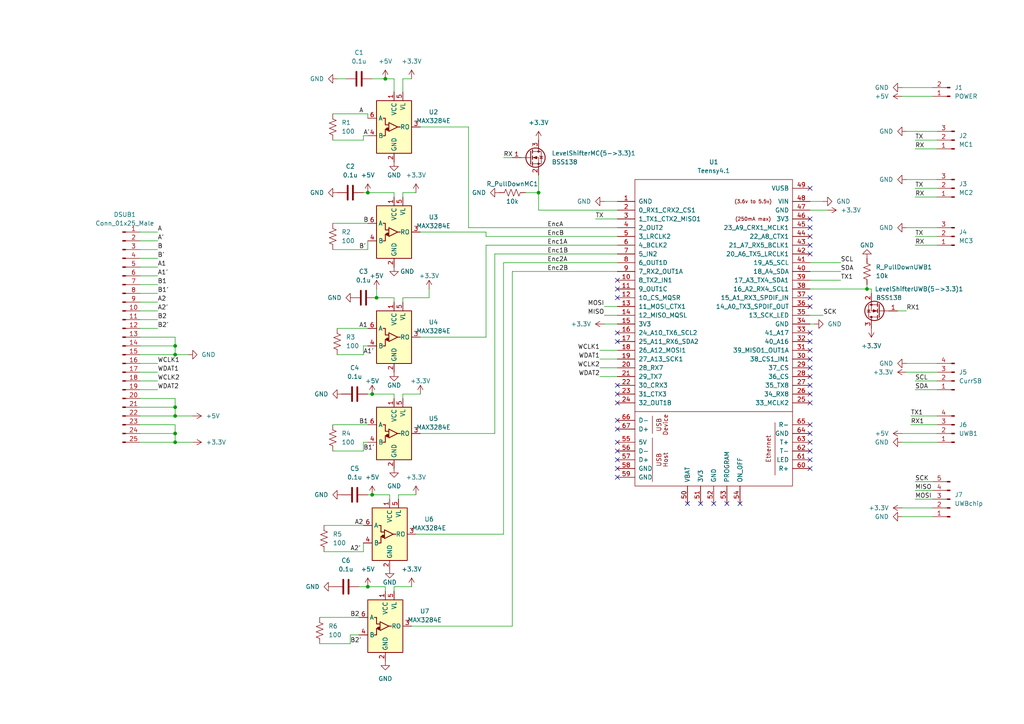
<source format=kicad_sch>
(kicad_sch (version 20211123) (generator eeschema)
  (paper "A4")
  (lib_symbols
    (symbol "Connector:Conn_01x02_Male" (pin_names (offset 1.016) hide)
      (property "Reference" "J" (at 0 2.54 0))
      (property "Value" "Conn_01x02_Male" (at 0 -5.08 0))
      (symbol "Conn_01x02_Male_1_1"
        (polyline (pts (xy 1.27 -2.54) (xy 0.8636 -2.54)) (stroke (width 0.1524)))
        (polyline (pts (xy 1.27 0) (xy 0.8636 0)) (stroke (width 0.1524)))
        (rectangle (start 0.8636 -2.413) (end 0 -2.667) (stroke (width 0.1524)) (fill (type outline)))
        (rectangle (start 0.8636 0.127) (end 0 -0.127) (stroke (width 0.1524)) (fill (type outline)))
        (pin passive line (at 5.08 0 180) (length 3.81) (name "Pin_1") (number "1"))
        (pin passive line (at 5.08 -2.54 180) (length 3.81) (name "Pin_2") (number "2"))
      )
    )
    (symbol "Connector:Conn_01x03_Male" (pin_names (offset 1.016) hide)
      (property "Reference" "J" (at 0 5.08 0))
      (property "Value" "Conn_01x03_Male" (at 0 -5.08 0))
      (symbol "Conn_01x03_Male_1_1"
        (polyline (pts (xy 1.27 -2.54) (xy 0.8636 -2.54)) (stroke (width 0.1524)))
        (polyline (pts (xy 1.27 0) (xy 0.8636 0)) (stroke (width 0.1524)))
        (polyline (pts (xy 1.27 2.54) (xy 0.8636 2.54)) (stroke (width 0.1524)))
        (rectangle (start 0.8636 -2.413) (end 0 -2.667) (stroke (width 0.1524)) (fill (type outline)))
        (rectangle (start 0.8636 0.127) (end 0 -0.127) (stroke (width 0.1524)) (fill (type outline)))
        (rectangle (start 0.8636 2.667) (end 0 2.413) (stroke (width 0.1524)) (fill (type outline)))
        (pin passive line (at 5.08 2.54 180) (length 3.81) (name "Pin_1") (number "1"))
        (pin passive line (at 5.08 0 180) (length 3.81) (name "Pin_2") (number "2"))
        (pin passive line (at 5.08 -2.54 180) (length 3.81) (name "Pin_3") (number "3"))
      )
    )
    (symbol "Connector:Conn_01x04_Male" (pin_names (offset 1.016) hide)
      (property "Reference" "J" (at 0 5.08 0))
      (property "Value" "Conn_01x04_Male" (at 0 -7.62 0))
      (symbol "Conn_01x04_Male_1_1"
        (polyline (pts (xy 1.27 -5.08) (xy 0.8636 -5.08)) (stroke (width 0.1524)))
        (polyline (pts (xy 1.27 -2.54) (xy 0.8636 -2.54)) (stroke (width 0.1524)))
        (polyline (pts (xy 1.27 0) (xy 0.8636 0)) (stroke (width 0.1524)))
        (polyline (pts (xy 1.27 2.54) (xy 0.8636 2.54)) (stroke (width 0.1524)))
        (rectangle (start 0.8636 -4.953) (end 0 -5.207) (stroke (width 0.1524)) (fill (type outline)))
        (rectangle (start 0.8636 -2.413) (end 0 -2.667) (stroke (width 0.1524)) (fill (type outline)))
        (rectangle (start 0.8636 0.127) (end 0 -0.127) (stroke (width 0.1524)) (fill (type outline)))
        (rectangle (start 0.8636 2.667) (end 0 2.413) (stroke (width 0.1524)) (fill (type outline)))
        (pin passive line (at 5.08 2.54 180) (length 3.81) (name "Pin_1") (number "1"))
        (pin passive line (at 5.08 0 180) (length 3.81) (name "Pin_2") (number "2"))
        (pin passive line (at 5.08 -2.54 180) (length 3.81) (name "Pin_3") (number "3"))
        (pin passive line (at 5.08 -5.08 180) (length 3.81) (name "Pin_4") (number "4"))
      )
    )
    (symbol "Connector:Conn_01x05_Male" (pin_names (offset 1.016) hide)
      (property "Reference" "J" (at 0 7.62 0))
      (property "Value" "Conn_01x05_Male" (at 0 -7.62 0))
      (symbol "Conn_01x05_Male_1_1"
        (polyline (pts (xy 1.27 -5.08) (xy 0.8636 -5.08)) (stroke (width 0.1524)))
        (polyline (pts (xy 1.27 -2.54) (xy 0.8636 -2.54)) (stroke (width 0.1524)))
        (polyline (pts (xy 1.27 0) (xy 0.8636 0)) (stroke (width 0.1524)))
        (polyline (pts (xy 1.27 2.54) (xy 0.8636 2.54)) (stroke (width 0.1524)))
        (polyline (pts (xy 1.27 5.08) (xy 0.8636 5.08)) (stroke (width 0.1524)))
        (rectangle (start 0.8636 -4.953) (end 0 -5.207) (stroke (width 0.1524)) (fill (type outline)))
        (rectangle (start 0.8636 -2.413) (end 0 -2.667) (stroke (width 0.1524)) (fill (type outline)))
        (rectangle (start 0.8636 0.127) (end 0 -0.127) (stroke (width 0.1524)) (fill (type outline)))
        (rectangle (start 0.8636 2.667) (end 0 2.413) (stroke (width 0.1524)) (fill (type outline)))
        (rectangle (start 0.8636 5.207) (end 0 4.953) (stroke (width 0.1524)) (fill (type outline)))
        (pin passive line (at 5.08 5.08 180) (length 3.81) (name "Pin_1") (number "1"))
        (pin passive line (at 5.08 2.54 180) (length 3.81) (name "Pin_2") (number "2"))
        (pin passive line (at 5.08 0 180) (length 3.81) (name "Pin_3") (number "3"))
        (pin passive line (at 5.08 -2.54 180) (length 3.81) (name "Pin_4") (number "4"))
        (pin passive line (at 5.08 -5.08 180) (length 3.81) (name "Pin_5") (number "5"))
      )
    )
    (symbol "Connector:Conn_01x25_Male" (pin_names (offset 1.016) hide)
      (property "Reference" "J" (at 0 33.02 0))
      (property "Value" "Conn_01x25_Male" (at 0 -33.02 0))
      (symbol "Conn_01x25_Male_1_1"
        (polyline (pts (xy 1.27 -30.48) (xy 0.8636 -30.48)) (stroke (width 0.1524)))
        (polyline (pts (xy 1.27 -27.94) (xy 0.8636 -27.94)) (stroke (width 0.1524)))
        (polyline (pts (xy 1.27 -25.4) (xy 0.8636 -25.4)) (stroke (width 0.1524)))
        (polyline (pts (xy 1.27 -22.86) (xy 0.8636 -22.86)) (stroke (width 0.1524)))
        (polyline (pts (xy 1.27 -20.32) (xy 0.8636 -20.32)) (stroke (width 0.1524)))
        (polyline (pts (xy 1.27 -17.78) (xy 0.8636 -17.78)) (stroke (width 0.1524)))
        (polyline (pts (xy 1.27 -15.24) (xy 0.8636 -15.24)) (stroke (width 0.1524)))
        (polyline (pts (xy 1.27 -12.7) (xy 0.8636 -12.7)) (stroke (width 0.1524)))
        (polyline (pts (xy 1.27 -10.16) (xy 0.8636 -10.16)) (stroke (width 0.1524)))
        (polyline (pts (xy 1.27 -7.62) (xy 0.8636 -7.62)) (stroke (width 0.1524)))
        (polyline (pts (xy 1.27 -5.08) (xy 0.8636 -5.08)) (stroke (width 0.1524)))
        (polyline (pts (xy 1.27 -2.54) (xy 0.8636 -2.54)) (stroke (width 0.1524)))
        (polyline (pts (xy 1.27 0) (xy 0.8636 0)) (stroke (width 0.1524)))
        (polyline (pts (xy 1.27 2.54) (xy 0.8636 2.54)) (stroke (width 0.1524)))
        (polyline (pts (xy 1.27 5.08) (xy 0.8636 5.08)) (stroke (width 0.1524)))
        (polyline (pts (xy 1.27 7.62) (xy 0.8636 7.62)) (stroke (width 0.1524)))
        (polyline (pts (xy 1.27 10.16) (xy 0.8636 10.16)) (stroke (width 0.1524)))
        (polyline (pts (xy 1.27 12.7) (xy 0.8636 12.7)) (stroke (width 0.1524)))
        (polyline (pts (xy 1.27 15.24) (xy 0.8636 15.24)) (stroke (width 0.1524)))
        (polyline (pts (xy 1.27 17.78) (xy 0.8636 17.78)) (stroke (width 0.1524)))
        (polyline (pts (xy 1.27 20.32) (xy 0.8636 20.32)) (stroke (width 0.1524)))
        (polyline (pts (xy 1.27 22.86) (xy 0.8636 22.86)) (stroke (width 0.1524)))
        (polyline (pts (xy 1.27 25.4) (xy 0.8636 25.4)) (stroke (width 0.1524)))
        (polyline (pts (xy 1.27 27.94) (xy 0.8636 27.94)) (stroke (width 0.1524)))
        (polyline (pts (xy 1.27 30.48) (xy 0.8636 30.48)) (stroke (width 0.1524)))
        (rectangle (start 0.8636 -30.353) (end 0 -30.607) (stroke (width 0.1524)) (fill (type outline)))
        (rectangle (start 0.8636 -27.813) (end 0 -28.067) (stroke (width 0.1524)) (fill (type outline)))
        (rectangle (start 0.8636 -25.273) (end 0 -25.527) (stroke (width 0.1524)) (fill (type outline)))
        (rectangle (start 0.8636 -22.733) (end 0 -22.987) (stroke (width 0.1524)) (fill (type outline)))
        (rectangle (start 0.8636 -20.193) (end 0 -20.447) (stroke (width 0.1524)) (fill (type outline)))
        (rectangle (start 0.8636 -17.653) (end 0 -17.907) (stroke (width 0.1524)) (fill (type outline)))
        (rectangle (start 0.8636 -15.113) (end 0 -15.367) (stroke (width 0.1524)) (fill (type outline)))
        (rectangle (start 0.8636 -12.573) (end 0 -12.827) (stroke (width 0.1524)) (fill (type outline)))
        (rectangle (start 0.8636 -10.033) (end 0 -10.287) (stroke (width 0.1524)) (fill (type outline)))
        (rectangle (start 0.8636 -7.493) (end 0 -7.747) (stroke (width 0.1524)) (fill (type outline)))
        (rectangle (start 0.8636 -4.953) (end 0 -5.207) (stroke (width 0.1524)) (fill (type outline)))
        (rectangle (start 0.8636 -2.413) (end 0 -2.667) (stroke (width 0.1524)) (fill (type outline)))
        (rectangle (start 0.8636 0.127) (end 0 -0.127) (stroke (width 0.1524)) (fill (type outline)))
        (rectangle (start 0.8636 2.667) (end 0 2.413) (stroke (width 0.1524)) (fill (type outline)))
        (rectangle (start 0.8636 5.207) (end 0 4.953) (stroke (width 0.1524)) (fill (type outline)))
        (rectangle (start 0.8636 7.747) (end 0 7.493) (stroke (width 0.1524)) (fill (type outline)))
        (rectangle (start 0.8636 10.287) (end 0 10.033) (stroke (width 0.1524)) (fill (type outline)))
        (rectangle (start 0.8636 12.827) (end 0 12.573) (stroke (width 0.1524)) (fill (type outline)))
        (rectangle (start 0.8636 15.367) (end 0 15.113) (stroke (width 0.1524)) (fill (type outline)))
        (rectangle (start 0.8636 17.907) (end 0 17.653) (stroke (width 0.1524)) (fill (type outline)))
        (rectangle (start 0.8636 20.447) (end 0 20.193) (stroke (width 0.1524)) (fill (type outline)))
        (rectangle (start 0.8636 22.987) (end 0 22.733) (stroke (width 0.1524)) (fill (type outline)))
        (rectangle (start 0.8636 25.527) (end 0 25.273) (stroke (width 0.1524)) (fill (type outline)))
        (rectangle (start 0.8636 28.067) (end 0 27.813) (stroke (width 0.1524)) (fill (type outline)))
        (rectangle (start 0.8636 30.607) (end 0 30.353) (stroke (width 0.1524)) (fill (type outline)))
        (pin passive line (at 5.08 30.48 180) (length 3.81) (name "Pin_1") (number "1"))
        (pin passive line (at 5.08 7.62 180) (length 3.81) (name "Pin_10") (number "10"))
        (pin passive line (at 5.08 5.08 180) (length 3.81) (name "Pin_11") (number "11"))
        (pin passive line (at 5.08 2.54 180) (length 3.81) (name "Pin_12") (number "12"))
        (pin passive line (at 5.08 0 180) (length 3.81) (name "Pin_13") (number "13"))
        (pin passive line (at 5.08 -2.54 180) (length 3.81) (name "Pin_14") (number "14"))
        (pin passive line (at 5.08 -5.08 180) (length 3.81) (name "Pin_15") (number "15"))
        (pin passive line (at 5.08 -7.62 180) (length 3.81) (name "Pin_16") (number "16"))
        (pin passive line (at 5.08 -10.16 180) (length 3.81) (name "Pin_17") (number "17"))
        (pin passive line (at 5.08 -12.7 180) (length 3.81) (name "Pin_18") (number "18"))
        (pin passive line (at 5.08 -15.24 180) (length 3.81) (name "Pin_19") (number "19"))
        (pin passive line (at 5.08 27.94 180) (length 3.81) (name "Pin_2") (number "2"))
        (pin passive line (at 5.08 -17.78 180) (length 3.81) (name "Pin_20") (number "20"))
        (pin passive line (at 5.08 -20.32 180) (length 3.81) (name "Pin_21") (number "21"))
        (pin passive line (at 5.08 -22.86 180) (length 3.81) (name "Pin_22") (number "22"))
        (pin passive line (at 5.08 -25.4 180) (length 3.81) (name "Pin_23") (number "23"))
        (pin passive line (at 5.08 -27.94 180) (length 3.81) (name "Pin_24") (number "24"))
        (pin passive line (at 5.08 -30.48 180) (length 3.81) (name "Pin_25") (number "25"))
        (pin passive line (at 5.08 25.4 180) (length 3.81) (name "Pin_3") (number "3"))
        (pin passive line (at 5.08 22.86 180) (length 3.81) (name "Pin_4") (number "4"))
        (pin passive line (at 5.08 20.32 180) (length 3.81) (name "Pin_5") (number "5"))
        (pin passive line (at 5.08 17.78 180) (length 3.81) (name "Pin_6") (number "6"))
        (pin passive line (at 5.08 15.24 180) (length 3.81) (name "Pin_7") (number "7"))
        (pin passive line (at 5.08 12.7 180) (length 3.81) (name "Pin_8") (number "8"))
        (pin passive line (at 5.08 10.16 180) (length 3.81) (name "Pin_9") (number "9"))
      )
    )
    (symbol "Device:C" (pin_numbers hide) (pin_names (offset 0.254))
      (property "Reference" "C" (at 0.635 2.54 0))
      (property "Value" "C" (at 0.635 -2.54 0))
      (symbol "C_0_1"
        (polyline (pts (xy -2.032 -0.762) (xy 2.032 -0.762)) (stroke (width 0.508)))
        (polyline (pts (xy -2.032 0.762) (xy 2.032 0.762)) (stroke (width 0.508)))
      )
      (symbol "C_1_1"
        (pin passive line (at 0 3.81 270) (length 2.794) (name "~") (number "1"))
        (pin passive line (at 0 -3.81 90) (length 2.794) (name "~") (number "2"))
      )
    )
    (symbol "Device:R_US" (pin_numbers hide) (pin_names (offset 0))
      (property "Reference" "R" (at 2.54 0 90))
      (property "Value" "R_US" (at -2.54 0 90))
      (symbol "R_US_0_1"
        (polyline (pts (xy 0 -2.286) (xy 0 -2.54)))
        (polyline (pts (xy 0 2.286) (xy 0 2.54)))
        (polyline (pts (xy 0 -0.762) (xy 1.016 -1.143) (xy 0 -1.524) (xy -1.016 -1.905) (xy 0 -2.286)))
        (polyline (pts (xy 0 0.762) (xy 1.016 0.381) (xy 0 0) (xy -1.016 -0.381) (xy 0 -0.762)))
        (polyline (pts (xy 0 2.286) (xy 1.016 1.905) (xy 0 1.524) (xy -1.016 1.143) (xy 0 0.762)))
      )
      (symbol "R_US_1_1"
        (pin passive line (at 0 3.81 270) (length 1.27) (name "~") (number "1"))
        (pin passive line (at 0 -3.81 90) (length 1.27) (name "~") (number "2"))
      )
    )
    (symbol "Interface_UART:MAX3284E"
      (property "Reference" "U" (at -3.81 8.89 0))
      (property "Value" "MAX3284E" (at 3.81 8.89 0))
      (symbol "MAX3284E_0_1"
        (rectangle (start -5.08 7.62) (end 5.08 -7.62) (stroke (width 0.254)) (fill (type background)))
        (circle (center -1.905 -0.635) (radius 0.3556) (stroke (width 0.254)) (fill (type outline)))
        (rectangle (start -1.524 0.635) (end -1.524 0.635))
        (polyline (pts (xy 1.778 0) (xy 1.016 0)) (stroke (width 0.254)))
        (polyline (pts (xy -1.905 -0.635) (xy -2.54 -0.635) (xy -2.54 -2.54) (xy -3.175 -2.54)) (stroke (width 0.254)))
        (polyline (pts (xy -1.524 0.635) (xy -2.54 0.635) (xy -2.54 2.54) (xy -3.175 2.54)) (stroke (width 0.254)))
        (polyline (pts (xy 1.016 0) (xy -1.524 1.27) (xy -1.524 -1.27) (xy 1.016 0)) (stroke (width 0.254)))
      )
      (symbol "MAX3284E_1_1"
        (pin power_in line (at 0 10.16 270) (length 2.54) (name "VCC") (number "1"))
        (pin power_in line (at 0 -10.16 90) (length 2.54) (name "GND") (number "2"))
        (pin output line (at 7.62 0 180) (length 2.54) (name "RO") (number "3"))
        (pin input line (at -7.62 -2.54 0) (length 2.54) (name "B") (number "4"))
        (pin power_in line (at 2.54 10.16 270) (length 2.54) (name "VL") (number "5"))
        (pin input line (at -7.62 2.54 0) (length 2.54) (name "A") (number "6"))
      )
    )
    (symbol "Teensy4.1:Teensy4.1" (pin_names (offset 1.016))
      (property "Reference" "U" (at 0 64.77 0))
      (property "Value" "Teensy4.1" (at 0 62.23 0))
      (symbol "Teensy4.1_0_0"
        (polyline (pts (xy -22.86 -6.35) (xy 22.86 -6.35)))
        (polyline (pts (xy -17.78 -26.67) (xy -17.78 -13.97)))
        (polyline (pts (xy -17.78 -7.62) (xy -17.78 -12.7)))
        (polyline (pts (xy 17.78 -9.525) (xy 17.78 -24.765)))
        (text "(250mA max)" (at 11.43 49.53 0) (effects (font (size 1.016 1.016))))
        (text "(3.6v to 5.5v)" (at 11.43 54.61 0) (effects (font (size 1.016 1.016))))
        (text "Device" (at -13.97 -10.16 900) (effects (font (size 1.27 1.27))))
        (text "Ethernet" (at 15.875 -17.145 900) (effects (font (size 1.27 1.27))))
        (text "Host" (at -13.97 -20.32 900) (effects (font (size 1.27 1.27))))
        (text "USB" (at -15.875 -20.32 900) (effects (font (size 1.27 1.27))))
        (text "USB" (at -15.875 -10.16 900) (effects (font (size 1.27 1.27))))
        (pin bidirectional line (at -27.94 31.75 0) (length 5.08) (name "8_TX2_IN1") (number "10"))
        (pin bidirectional line (at -27.94 29.21 0) (length 5.08) (name "9_OUT1C") (number "11"))
        (pin bidirectional line (at -27.94 26.67 0) (length 5.08) (name "10_CS_MQSR") (number "12"))
        (pin bidirectional line (at -27.94 24.13 0) (length 5.08) (name "11_MOSI_CTX1") (number "13"))
        (pin bidirectional line (at -27.94 21.59 0) (length 5.08) (name "12_MISO_MQSL") (number "14"))
        (pin power_in line (at -27.94 19.05 0) (length 5.08) (name "3V3") (number "15"))
        (pin bidirectional line (at -27.94 16.51 0) (length 5.08) (name "24_A10_TX6_SCL2") (number "16"))
        (pin bidirectional line (at -27.94 13.97 0) (length 5.08) (name "25_A11_RX6_SDA2") (number "17"))
        (pin bidirectional line (at -27.94 11.43 0) (length 5.08) (name "26_A12_MOSI1") (number "18"))
        (pin bidirectional line (at -27.94 8.89 0) (length 5.08) (name "27_A13_SCK1") (number "19"))
        (pin bidirectional line (at -27.94 6.35 0) (length 5.08) (name "28_RX7") (number "20"))
        (pin bidirectional line (at -27.94 3.81 0) (length 5.08) (name "29_TX7") (number "21"))
        (pin bidirectional line (at -27.94 1.27 0) (length 5.08) (name "30_CRX3") (number "22"))
        (pin bidirectional line (at -27.94 -1.27 0) (length 5.08) (name "31_CTX3") (number "23"))
        (pin bidirectional line (at -27.94 -3.81 0) (length 5.08) (name "32_OUT1B") (number "24"))
        (pin bidirectional line (at 27.94 -3.81 180) (length 5.08) (name "33_MCLK2") (number "25"))
        (pin bidirectional line (at 27.94 -1.27 180) (length 5.08) (name "34_RX8") (number "26"))
        (pin bidirectional line (at 27.94 1.27 180) (length 5.08) (name "35_TX8") (number "27"))
        (pin bidirectional line (at 27.94 3.81 180) (length 5.08) (name "36_CS") (number "28"))
        (pin bidirectional line (at 27.94 6.35 180) (length 5.08) (name "37_CS") (number "29"))
        (pin bidirectional line (at 27.94 8.89 180) (length 5.08) (name "38_CS1_IN1") (number "30"))
        (pin bidirectional line (at 27.94 11.43 180) (length 5.08) (name "39_MISO1_OUT1A") (number "31"))
        (pin bidirectional line (at 27.94 13.97 180) (length 5.08) (name "40_A16") (number "32"))
        (pin bidirectional line (at 27.94 16.51 180) (length 5.08) (name "41_A17") (number "33"))
        (pin bidirectional line (at 27.94 21.59 180) (length 5.08) (name "13_SCK_LED") (number "35"))
        (pin bidirectional line (at 27.94 24.13 180) (length 5.08) (name "14_A0_TX3_SPDIF_OUT") (number "36"))
        (pin bidirectional line (at 27.94 26.67 180) (length 5.08) (name "15_A1_RX3_SPDIF_IN") (number "37"))
        (pin bidirectional line (at 27.94 29.21 180) (length 5.08) (name "16_A2_RX4_SCL1") (number "38"))
        (pin bidirectional line (at 27.94 31.75 180) (length 5.08) (name "17_A3_TX4_SDA1") (number "39"))
        (pin bidirectional line (at 27.94 34.29 180) (length 5.08) (name "18_A4_SDA") (number "40"))
        (pin bidirectional line (at 27.94 36.83 180) (length 5.08) (name "19_A5_SCL") (number "41"))
        (pin bidirectional line (at 27.94 39.37 180) (length 5.08) (name "20_A6_TX5_LRCLK1") (number "42"))
        (pin bidirectional line (at 27.94 41.91 180) (length 5.08) (name "21_A7_RX5_BCLK1") (number "43"))
        (pin bidirectional line (at 27.94 44.45 180) (length 5.08) (name "22_A8_CTX1") (number "44"))
        (pin bidirectional line (at 27.94 46.99 180) (length 5.08) (name "23_A9_CRX1_MCLK1") (number "45"))
        (pin output line (at 27.94 49.53 180) (length 5.08) (name "3V3") (number "46"))
        (pin output line (at 27.94 52.07 180) (length 5.08) (name "GND") (number "47"))
        (pin power_in line (at 27.94 54.61 180) (length 5.08) (name "VIN") (number "48"))
        (pin power_out line (at 27.94 58.42 180) (length 5.08) (name "VUSB") (number "49"))
        (pin bidirectional line (at -27.94 44.45 0) (length 5.08) (name "3_LRCLK2") (number "5"))
        (pin power_in line (at -7.62 -33.02 90) (length 5.08) (name "VBAT") (number "50"))
        (pin power_in line (at -3.81 -33.02 90) (length 5.08) (name "3V3") (number "51"))
        (pin input line (at 0 -33.02 90) (length 5.08) (name "GND") (number "52"))
        (pin input line (at 3.81 -33.02 90) (length 5.08) (name "PROGRAM") (number "53"))
        (pin input line (at 7.62 -33.02 90) (length 5.08) (name "ON_OFF") (number "54"))
        (pin power_out line (at -27.94 -15.24 0) (length 5.08) (name "5V") (number "55"))
        (pin bidirectional line (at -27.94 -17.78 0) (length 5.08) (name "D-") (number "56"))
        (pin bidirectional line (at -27.94 -20.32 0) (length 5.08) (name "D+") (number "57"))
        (pin power_in line (at -27.94 -22.86 0) (length 5.08) (name "GND") (number "58"))
        (pin power_in line (at -27.94 -25.4 0) (length 5.08) (name "GND") (number "59"))
        (pin bidirectional line (at -27.94 41.91 0) (length 5.08) (name "4_BCLK2") (number "6"))
        (pin bidirectional line (at 27.94 -22.86 180) (length 5.08) (name "R+") (number "60"))
        (pin bidirectional line (at 27.94 -20.32 180) (length 5.08) (name "LED") (number "61"))
        (pin bidirectional line (at 27.94 -17.78 180) (length 5.08) (name "T-") (number "62"))
        (pin bidirectional line (at 27.94 -15.24 180) (length 5.08) (name "T+") (number "63"))
        (pin power_in line (at 27.94 -12.7 180) (length 5.08) (name "GND") (number "64"))
        (pin bidirectional line (at 27.94 -10.16 180) (length 5.08) (name "R-") (number "65"))
        (pin bidirectional line (at -27.94 -8.89 0) (length 5.08) (name "D-") (number "66"))
        (pin bidirectional line (at -27.94 -11.43 0) (length 5.08) (name "D+") (number "67"))
        (pin bidirectional line (at -27.94 39.37 0) (length 5.08) (name "5_IN2") (number "7"))
        (pin bidirectional line (at -27.94 36.83 0) (length 5.08) (name "6_OUT1D") (number "8"))
        (pin bidirectional line (at -27.94 34.29 0) (length 5.08) (name "7_RX2_OUT1A") (number "9"))
      )
      (symbol "Teensy4.1_0_1"
        (rectangle (start -22.86 60.96) (end 22.86 -27.94))
        (rectangle (start -20.32 -1.27) (end -20.32 -1.27))
      )
      (symbol "Teensy4.1_1_1"
        (pin power_in line (at -27.94 54.61 0) (length 5.08) (name "GND") (number "1"))
        (pin bidirectional line (at -27.94 52.07 0) (length 5.08) (name "0_RX1_CRX2_CS1") (number "2"))
        (pin bidirectional line (at -27.94 49.53 0) (length 5.08) (name "1_TX1_CTX2_MISO1") (number "3"))
        (pin power_in line (at 27.94 19.05 180) (length 5.08) (name "GND") (number "34"))
        (pin bidirectional line (at -27.94 46.99 0) (length 5.08) (name "2_OUT2") (number "4"))
      )
    )
    (symbol "Transistor_FET:BSS138" (pin_names hide)
      (property "Reference" "Q" (at 5.08 1.905 0))
      (property "Value" "BSS138" (at 5.08 0 0))
      (symbol "BSS138_0_1"
        (polyline (pts (xy 0.254 0) (xy -2.54 0)))
        (polyline (pts (xy 0.254 1.905) (xy 0.254 -1.905)) (stroke (width 0.254)))
        (polyline (pts (xy 0.762 -1.27) (xy 0.762 -2.286)) (stroke (width 0.254)))
        (polyline (pts (xy 0.762 0.508) (xy 0.762 -0.508)) (stroke (width 0.254)))
        (polyline (pts (xy 0.762 2.286) (xy 0.762 1.27)) (stroke (width 0.254)))
        (polyline (pts (xy 2.54 2.54) (xy 2.54 1.778)))
        (polyline (pts (xy 2.54 -2.54) (xy 2.54 0) (xy 0.762 0)))
        (polyline (pts (xy 0.762 -1.778) (xy 3.302 -1.778) (xy 3.302 1.778) (xy 0.762 1.778)))
        (polyline (pts (xy 1.016 0) (xy 2.032 0.381) (xy 2.032 -0.381) (xy 1.016 0)) (fill (type outline)))
        (polyline (pts (xy 2.794 0.508) (xy 2.921 0.381) (xy 3.683 0.381) (xy 3.81 0.254)))
        (polyline (pts (xy 3.302 0.381) (xy 2.921 -0.254) (xy 3.683 -0.254) (xy 3.302 0.381)))
        (circle (center 1.651 0) (radius 2.794) (stroke (width 0.254)))
        (circle (center 2.54 -1.778) (radius 0.254) (fill (type outline)))
        (circle (center 2.54 1.778) (radius 0.254) (fill (type outline)))
      )
      (symbol "BSS138_1_1"
        (pin input line (at -5.08 0 0) (length 2.54) (name "G") (number "1"))
        (pin passive line (at 2.54 -5.08 90) (length 2.54) (name "S") (number "2"))
        (pin passive line (at 2.54 5.08 270) (length 2.54) (name "D") (number "3"))
      )
    )
    (symbol "power:+3.3V" (power) (pin_names (offset 0))
      (property "Value" "+3.3V" (at 0 3.556 0))
      (symbol "+3.3V_0_1"
        (polyline (pts (xy -0.762 1.27) (xy 0 2.54)))
        (polyline (pts (xy 0 0) (xy 0 2.54)))
        (polyline (pts (xy 0 2.54) (xy 0.762 1.27)))
      )
      (symbol "+3.3V_1_1"
        (pin power_in line (at 0 0 90) (length 0) hide (name "+3.3V") (number "1"))
      )
    )
    (symbol "power:+5V" (power) (pin_names (offset 0))
      (property "Value" "+5V" (at 0 3.556 0))
      (symbol "+5V_0_1"
        (polyline (pts (xy -0.762 1.27) (xy 0 2.54)))
        (polyline (pts (xy 0 0) (xy 0 2.54)))
        (polyline (pts (xy 0 2.54) (xy 0.762 1.27)))
      )
      (symbol "+5V_1_1"
        (pin power_in line (at 0 0 90) (length 0) hide (name "+5V") (number "1"))
      )
    )
    (symbol "power:GND" (power) (pin_names (offset 0))
      (property "Value" "GND" (at 0 -3.81 0))
      (symbol "GND_0_1"
        (polyline (pts (xy 0 0) (xy 0 -1.27) (xy 1.27 -1.27) (xy 0 -2.54) (xy -1.27 -1.27) (xy 0 -1.27)))
      )
      (symbol "GND_1_1"
        (pin power_in line (at 0 0 270) (length 0) hide (name "GND") (number "1"))
      )
    )
  )
  (junction (at 107.95 114.3))
  (junction (at 251.46 83.82))
  (junction (at 50.8 128.27))
  (junction (at 109.22 86.36))
  (junction (at 111.76 22.86))
  (junction (at 156.21 55.88))
  (junction (at 50.8 125.73))
  (junction (at 50.8 120.65))
  (junction (at 50.8 118.11))
  (junction (at 50.8 100.33))
  (junction (at 50.8 102.87))
  (junction (at 106.68 170.18))
  (junction (at 107.95 143.51))
  (junction (at 106.68 55.88))
  (no_connect (at 179.07 111.76))
  (no_connect (at 179.07 114.3))
  (no_connect (at 179.07 116.84))
  (no_connect (at 179.07 81.28))
  (no_connect (at 179.07 83.82))
  (no_connect (at 179.07 86.36))
  (no_connect (at 179.07 96.52))
  (no_connect (at 179.07 99.06))
  (no_connect (at 234.95 109.22))
  (no_connect (at 234.95 111.76))
  (no_connect (at 234.95 114.3))
  (no_connect (at 234.95 116.84))
  (no_connect (at 234.95 88.9))
  (no_connect (at 234.95 54.61))
  (no_connect (at 234.95 96.52))
  (no_connect (at 234.95 86.36))
  (no_connect (at 234.95 63.5))
  (no_connect (at 234.95 66.04))
  (no_connect (at 234.95 68.58))
  (no_connect (at 234.95 71.12))
  (no_connect (at 234.95 73.66))
  (no_connect (at 234.95 99.06))
  (no_connect (at 234.95 104.14))
  (no_connect (at 234.95 106.68))
  (no_connect (at 234.95 101.6))
  (no_connect (at 234.95 123.19))
  (no_connect (at 234.95 128.27))
  (no_connect (at 234.95 130.81))
  (no_connect (at 234.95 133.35))
  (no_connect (at 234.95 135.89))
  (no_connect (at 234.95 125.73))
  (no_connect (at 179.07 128.27))
  (no_connect (at 179.07 130.81))
  (no_connect (at 179.07 121.92))
  (no_connect (at 179.07 124.46))
  (no_connect (at 179.07 133.35))
  (no_connect (at 179.07 135.89))
  (no_connect (at 179.07 138.43))
  (no_connect (at 214.63 146.05))
  (no_connect (at 210.82 146.05))
  (no_connect (at 207.01 146.05))
  (no_connect (at 203.2 146.05))
  (no_connect (at 199.39 146.05))
  (wire (pts (xy 105.41 40.64) (xy 96.52 40.64)))
  (wire (pts (xy 121.92 97.79) (xy 140.97 97.79)))
  (wire (pts (xy 107.95 22.86) (xy 111.76 22.86)))
  (wire (pts (xy 135.89 36.83) (xy 135.89 66.04)))
  (wire (pts (xy 234.95 78.74) (xy 243.84 78.74)))
  (wire (pts (xy 152.4 55.88) (xy 156.21 55.88)))
  (wire (pts (xy 265.43 54.61) (xy 271.78 54.61)))
  (wire (pts (xy 261.62 25.4) (xy 270.51 25.4)))
  (wire (pts (xy 234.95 91.44) (xy 238.76 91.44)))
  (wire (pts (xy 265.43 113.03) (xy 271.78 113.03)))
  (wire (pts (xy 156.21 60.96) (xy 179.07 60.96)))
  (wire (pts (xy 113.03 143.51) (xy 107.95 143.51)))
  (wire (pts (xy 40.64 120.65) (xy 50.8 120.65)))
  (wire (pts (xy 96.52 130.81) (xy 105.41 130.81)))
  (wire (pts (xy 50.8 100.33) (xy 50.8 102.87)))
  (wire (pts (xy 175.26 93.98) (xy 179.07 93.98)))
  (wire (pts (xy 260.35 90.17) (xy 262.89 90.17)))
  (wire (pts (xy 105.41 55.88) (xy 106.68 55.88)))
  (wire (pts (xy 105.41 160.02) (xy 93.98 160.02)))
  (wire (pts (xy 265.43 71.12) (xy 271.78 71.12)))
  (wire (pts (xy 173.99 104.14) (xy 179.07 104.14)))
  (wire (pts (xy 40.64 82.55) (xy 45.72 82.55)))
  (wire (pts (xy 40.64 77.47) (xy 45.72 77.47)))
  (wire (pts (xy 40.64 90.17) (xy 45.72 90.17)))
  (wire (pts (xy 101.6 86.36) (xy 102.87 86.36)))
  (wire (pts (xy 265.43 110.49) (xy 271.78 110.49)))
  (wire (pts (xy 120.65 154.94) (xy 146.05 154.94)))
  (wire (pts (xy 143.51 125.73) (xy 143.51 73.66)))
  (wire (pts (xy 50.8 125.73) (xy 50.8 128.27)))
  (wire (pts (xy 148.59 78.74) (xy 179.07 78.74)))
  (wire (pts (xy 105.41 102.87) (xy 105.41 100.33)))
  (wire (pts (xy 97.79 102.87) (xy 105.41 102.87)))
  (wire (pts (xy 40.64 118.11) (xy 50.8 118.11)))
  (wire (pts (xy 140.97 97.79) (xy 140.97 71.12)))
  (wire (pts (xy 175.26 91.44) (xy 179.07 91.44)))
  (wire (pts (xy 93.98 152.4) (xy 105.41 152.4)))
  (wire (pts (xy 252.73 85.09) (xy 252.73 83.82)))
  (wire (pts (xy 40.64 113.03) (xy 45.72 113.03)))
  (wire (pts (xy 119.38 181.61) (xy 148.59 181.61)))
  (wire (pts (xy 262.89 105.41) (xy 271.78 105.41)))
  (wire (pts (xy 50.8 128.27) (xy 55.88 128.27)))
  (wire (pts (xy 234.95 81.28) (xy 243.84 81.28)))
  (wire (pts (xy 105.41 157.48) (xy 105.41 160.02)))
  (wire (pts (xy 105.41 39.37) (xy 105.41 40.64)))
  (wire (pts (xy 234.95 93.98) (xy 236.22 93.98)))
  (wire (pts (xy 40.64 128.27) (xy 50.8 128.27)))
  (wire (pts (xy 261.62 27.94) (xy 270.51 27.94)))
  (wire (pts (xy 175.26 58.42) (xy 179.07 58.42)))
  (wire (pts (xy 115.57 144.78) (xy 115.57 143.51)))
  (wire (pts (xy 115.57 143.51) (xy 120.65 143.51)))
  (wire (pts (xy 262.89 52.07) (xy 271.78 52.07)))
  (wire (pts (xy 173.99 109.22) (xy 179.07 109.22)))
  (wire (pts (xy 146.05 76.2) (xy 179.07 76.2)))
  (wire (pts (xy 97.79 22.86) (xy 100.33 22.86)))
  (wire (pts (xy 264.16 120.65) (xy 271.78 120.65)))
  (wire (pts (xy 40.64 102.87) (xy 50.8 102.87)))
  (wire (pts (xy 116.84 86.36) (xy 124.46 86.36)))
  (wire (pts (xy 262.89 66.04) (xy 271.78 66.04)))
  (wire (pts (xy 261.62 128.27) (xy 271.78 128.27)))
  (wire (pts (xy 50.8 102.87) (xy 54.61 102.87)))
  (wire (pts (xy 97.79 95.25) (xy 106.68 95.25)))
  (wire (pts (xy 40.64 85.09) (xy 45.72 85.09)))
  (wire (pts (xy 143.51 73.66) (xy 179.07 73.66)))
  (wire (pts (xy 96.52 64.77) (xy 106.68 64.77)))
  (wire (pts (xy 172.72 63.5) (xy 179.07 63.5)))
  (wire (pts (xy 104.14 170.18) (xy 106.68 170.18)))
  (wire (pts (xy 116.84 22.86) (xy 119.38 22.86)))
  (wire (pts (xy 148.59 181.61) (xy 148.59 78.74)))
  (wire (pts (xy 40.64 87.63) (xy 45.72 87.63)))
  (wire (pts (xy 265.43 57.15) (xy 271.78 57.15)))
  (wire (pts (xy 105.41 130.81) (xy 105.41 128.27)))
  (wire (pts (xy 40.64 125.73) (xy 50.8 125.73)))
  (wire (pts (xy 156.21 55.88) (xy 156.21 60.96)))
  (wire (pts (xy 50.8 118.11) (xy 50.8 120.65)))
  (wire (pts (xy 114.3 26.67) (xy 114.3 22.86)))
  (wire (pts (xy 116.84 26.67) (xy 116.84 22.86)))
  (wire (pts (xy 40.64 97.79) (xy 50.8 97.79)))
  (wire (pts (xy 251.46 82.55) (xy 251.46 83.82)))
  (wire (pts (xy 40.64 67.31) (xy 45.72 67.31)))
  (wire (pts (xy 114.3 86.36) (xy 109.22 86.36)))
  (wire (pts (xy 140.97 68.58) (xy 179.07 68.58)))
  (wire (pts (xy 234.95 58.42) (xy 238.76 58.42)))
  (wire (pts (xy 40.64 74.93) (xy 45.72 74.93)))
  (wire (pts (xy 104.14 184.15) (xy 101.6 184.15)))
  (wire (pts (xy 265.43 43.18) (xy 271.78 43.18)))
  (wire (pts (xy 106.68 55.88) (xy 114.3 55.88)))
  (wire (pts (xy 261.62 147.32) (xy 270.51 147.32)))
  (wire (pts (xy 114.3 114.3) (xy 107.95 114.3)))
  (wire (pts (xy 50.8 115.57) (xy 50.8 118.11)))
  (wire (pts (xy 116.84 57.15) (xy 116.84 55.88)))
  (wire (pts (xy 264.16 123.19) (xy 271.78 123.19)))
  (wire (pts (xy 114.3 87.63) (xy 114.3 86.36)))
  (wire (pts (xy 114.3 170.18) (xy 119.38 170.18)))
  (wire (pts (xy 262.89 107.95) (xy 271.78 107.95)))
  (wire (pts (xy 40.64 123.19) (xy 50.8 123.19)))
  (wire (pts (xy 105.41 100.33) (xy 106.68 100.33)))
  (wire (pts (xy 262.89 38.1) (xy 271.78 38.1)))
  (wire (pts (xy 261.62 125.73) (xy 271.78 125.73)))
  (wire (pts (xy 173.99 101.6) (xy 179.07 101.6)))
  (wire (pts (xy 96.52 123.19) (xy 106.68 123.19)))
  (wire (pts (xy 265.43 144.78) (xy 270.51 144.78)))
  (wire (pts (xy 121.92 36.83) (xy 135.89 36.83)))
  (wire (pts (xy 40.64 80.01) (xy 45.72 80.01)))
  (wire (pts (xy 101.6 184.15) (xy 101.6 186.69)))
  (wire (pts (xy 116.84 87.63) (xy 116.84 86.36)))
  (wire (pts (xy 265.43 40.64) (xy 271.78 40.64)))
  (wire (pts (xy 121.92 125.73) (xy 143.51 125.73)))
  (wire (pts (xy 114.3 22.86) (xy 111.76 22.86)))
  (wire (pts (xy 106.68 114.3) (xy 107.95 114.3)))
  (wire (pts (xy 106.68 143.51) (xy 107.95 143.51)))
  (wire (pts (xy 234.95 76.2) (xy 243.84 76.2)))
  (wire (pts (xy 121.92 67.31) (xy 140.97 67.31)))
  (wire (pts (xy 252.73 83.82) (xy 251.46 83.82)))
  (wire (pts (xy 113.03 144.78) (xy 113.03 143.51)))
  (wire (pts (xy 40.64 107.95) (xy 45.72 107.95)))
  (wire (pts (xy 114.3 171.45) (xy 114.3 170.18)))
  (wire (pts (xy 265.43 142.24) (xy 270.51 142.24)))
  (wire (pts (xy 109.22 86.36) (xy 109.22 83.82)))
  (wire (pts (xy 40.64 72.39) (xy 45.72 72.39)))
  (wire (pts (xy 261.62 149.86) (xy 270.51 149.86)))
  (wire (pts (xy 114.3 57.15) (xy 114.3 55.88)))
  (wire (pts (xy 111.76 171.45) (xy 111.76 170.18)))
  (wire (pts (xy 92.71 179.07) (xy 104.14 179.07)))
  (wire (pts (xy 116.84 115.57) (xy 116.84 114.3)))
  (wire (pts (xy 40.64 105.41) (xy 45.72 105.41)))
  (wire (pts (xy 40.64 92.71) (xy 45.72 92.71)))
  (wire (pts (xy 234.95 83.82) (xy 251.46 83.82)))
  (wire (pts (xy 234.95 60.96) (xy 240.03 60.96)))
  (wire (pts (xy 40.64 110.49) (xy 45.72 110.49)))
  (wire (pts (xy 124.46 86.36) (xy 124.46 83.82)))
  (wire (pts (xy 116.84 55.88) (xy 120.65 55.88)))
  (wire (pts (xy 40.64 115.57) (xy 50.8 115.57)))
  (wire (pts (xy 116.84 114.3) (xy 121.92 114.3)))
  (wire (pts (xy 265.43 139.7) (xy 270.51 139.7)))
  (wire (pts (xy 173.99 106.68) (xy 179.07 106.68)))
  (wire (pts (xy 105.41 128.27) (xy 106.68 128.27)))
  (wire (pts (xy 156.21 50.8) (xy 156.21 55.88)))
  (wire (pts (xy 146.05 154.94) (xy 146.05 76.2)))
  (wire (pts (xy 265.43 68.58) (xy 271.78 68.58)))
  (wire (pts (xy 111.76 170.18) (xy 106.68 170.18)))
  (wire (pts (xy 50.8 123.19) (xy 50.8 125.73)))
  (wire (pts (xy 50.8 120.65) (xy 55.88 120.65)))
  (wire (pts (xy 106.68 33.02) (xy 106.68 34.29)))
  (wire (pts (xy 175.26 88.9) (xy 179.07 88.9)))
  (wire (pts (xy 96.52 33.02) (xy 106.68 33.02)))
  (wire (pts (xy 40.64 69.85) (xy 45.72 69.85)))
  (wire (pts (xy 140.97 67.31) (xy 140.97 68.58)))
  (wire (pts (xy 50.8 97.79) (xy 50.8 100.33)))
  (wire (pts (xy 140.97 71.12) (xy 179.07 71.12)))
  (wire (pts (xy 146.05 45.72) (xy 148.59 45.72)))
  (wire (pts (xy 96.52 72.39) (xy 106.68 72.39)))
  (wire (pts (xy 101.6 186.69) (xy 92.71 186.69)))
  (wire (pts (xy 40.64 100.33) (xy 50.8 100.33)))
  (wire (pts (xy 40.64 95.25) (xy 45.72 95.25)))
  (wire (pts (xy 114.3 115.57) (xy 114.3 114.3)))
  (wire (pts (xy 106.68 72.39) (xy 106.68 69.85)))
  (wire (pts (xy 106.68 39.37) (xy 105.41 39.37)))
  (wire (pts (xy 135.89 66.04) (xy 179.07 66.04)))
  (label "EncB" (at 158.75 68.58 0))
  (label "Enc2A" (at 158.75 76.2 0))
  (label "A2" (at 45.72 87.63 0))
  (label "EncA" (at 158.75 66.04 0))
  (label "MOSI" (at 175.26 88.9 180))
  (label "WDAT1" (at 45.72 107.95 0))
  (label "A'" (at 45.72 69.85 0))
  (label "Enc1B" (at 158.75 73.66 0))
  (label "WDAT1" (at 173.99 104.14 180))
  (label "A" (at 45.72 67.31 0))
  (label "WCLK2" (at 45.72 110.49 0))
  (label "A" (at 104.14 33.02 0))
  (label "A2" (at 102.87 152.4 0))
  (label "TX" (at 172.72 63.5 0))
  (label "B" (at 45.72 72.39 0))
  (label "B1'" (at 105.41 130.81 0))
  (label "B'" (at 104.14 72.39 0))
  (label "TX1" (at 243.84 81.28 0))
  (label "RX1" (at 264.16 123.19 0))
  (label "A'" (at 105.41 39.37 0))
  (label "WCLK1" (at 45.72 105.41 0))
  (label "MISO" (at 175.26 91.44 180))
  (label "SCL" (at 265.43 110.49 0))
  (label "RX" (at 265.43 57.15 0))
  (label "WDAT2" (at 173.99 109.22 180))
  (label "TX" (at 265.43 54.61 0))
  (label "Enc1A" (at 158.75 71.12 0))
  (label "WCLK2" (at 173.99 106.68 180))
  (label "RX1" (at 262.89 90.17 0))
  (label "MISO" (at 265.43 142.24 0))
  (label "WCLK1" (at 173.99 101.6 180))
  (label "WDAT2" (at 45.72 113.03 0))
  (label "B2'" (at 45.72 95.25 0))
  (label "SCK" (at 265.43 139.7 0))
  (label "B1" (at 45.72 82.55 0))
  (label "B1" (at 104.14 123.19 0))
  (label "SCL" (at 243.84 76.2 0))
  (label "A1" (at 45.72 77.47 0))
  (label "TX1" (at 264.16 120.65 0))
  (label "Enc2B" (at 158.75 78.74 0))
  (label "A1'" (at 45.72 80.01 0))
  (label "SDA" (at 265.43 113.03 0))
  (label "RX" (at 265.43 71.12 0))
  (label "TX" (at 265.43 68.58 0))
  (label "B'" (at 45.72 74.93 0))
  (label "MOSI" (at 265.43 144.78 0))
  (label "A2'" (at 101.6 160.02 0))
  (label "SCK" (at 238.76 91.44 0))
  (label "TX" (at 265.43 40.64 0))
  (label "B2" (at 45.72 92.71 0))
  (label "RX" (at 265.43 43.18 0))
  (label "B2'" (at 101.6 186.69 0))
  (label "B1'" (at 45.72 85.09 0))
  (label "B2" (at 101.6 179.07 0))
  (label "A1'" (at 105.41 102.87 0))
  (label "A1" (at 104.14 95.25 0))
  (label "SDA" (at 243.84 78.74 0))
  (label "RX" (at 146.05 45.72 0))
  (label "B" (at 105.41 64.77 0))
  (label "A2'" (at 45.72 90.17 0))
  (symbol (lib_id "power:GND") (at 262.89 105.41 270) (unit 1)
    (property "Reference" "#PWR0131" (effects hide))
    (property "Value" "GND" (at 259.08 105.4099 90) (effects (justify right)))
  )
  (symbol (lib_id "Device:C") (at 104.14 22.86 90) (unit 1)
    (property "Reference" "C1" (at 104.14 15.24 90))
    (property "Value" "0.1u" (at 104.14 17.78 90))
    (property "Footprint" "teensy:0.1uFCap" (effects hide))
  )
  (symbol (lib_id "Connector:Conn_01x03_Male") (at 276.86 40.64 180) (unit 1)
    (property "Reference" "J2" (at 278.13 39.3699 0) (effects (justify right)))
    (property "Value" "MC1" (at 278.13 41.9099 0) (effects (justify right)))
    (property "Footprint" "teensy:3pinJST" (effects hide))
  )
  (symbol (lib_id "Interface_UART:MAX3284E") (at 114.3 36.83 0) (unit 1)
    (property "Reference" "U2" (at 125.73 32.4993 0))
    (property "Value" "MAX3284E" (at 125.73 35.0393 0))
    (property "Footprint" "Package_TO_SOT_SMD:SOT-23-6" (effects hide))
    (property "Datasheet" "https://datasheets.maximintegrated.com/en/ds/MAX3280E-MAX3284E.pdf" (effects hide))
  )
  (symbol (lib_id "power:+5V") (at 261.62 27.94 90) (unit 1)
    (property "Reference" "#PWR0144" (effects hide))
    (property "Value" "+5V" (at 257.81 27.9399 90) (effects (justify left)))
  )
  (symbol (lib_id "Transistor_FET:BSS138") (at 153.67 45.72 0) (unit 1)
    (property "Reference" "LevelShifterMC(5->3.3)1" (at 160.02 44.4499 0) (effects (justify left)))
    (property "Value" "BSS138" (at 160.02 46.9899 0) (effects (justify left)))
    (property "Footprint" "Package_TO_SOT_SMD:SOT-23" (effects hide))
    (property "Datasheet" "https://www.onsemi.com/pub/Collateral/BSS138-D.PDF" (effects hide))
  )
  (symbol (lib_id "power:GND") (at 262.89 38.1 270) (unit 1)
    (property "Reference" "#PWR0147" (effects hide))
    (property "Value" "GND" (at 259.08 38.0999 90) (effects (justify right)))
  )
  (symbol (lib_id "power:+3.3V") (at 119.38 22.86 0) (unit 1)
    (property "Reference" "#PWR0124" (effects hide))
    (property "Value" "+3.3V" (at 119.38 17.78 0))
  )
  (symbol (lib_id "Device:C") (at 105.41 86.36 90) (unit 1)
    (property "Reference" "C3" (at 105.41 78.74 90))
    (property "Value" "0.1u" (at 105.41 81.28 90))
    (property "Footprint" "teensy:0.1uFCap" (effects hide))
  )
  (symbol (lib_id "power:GND") (at 54.61 102.87 90) (unit 1)
    (property "Reference" "#PWR0101" (effects hide))
    (property "Value" "GND" (at 58.42 102.8699 90) (effects (justify right)))
  )
  (symbol (lib_id "power:GND") (at 114.3 46.99 0) (unit 1)
    (property "Reference" "#PWR0122" (effects hide))
    (property "Value" "GND" (at 114.3 50.8 0))
  )
  (symbol (lib_id "Interface_UART:MAX3284E") (at 111.76 181.61 0) (unit 1)
    (property "Reference" "U7" (at 123.19 177.2793 0))
    (property "Value" "MAX3284E" (at 123.19 179.8193 0))
    (property "Footprint" "Package_TO_SOT_SMD:SOT-23-6" (effects hide))
    (property "Datasheet" "https://datasheets.maximintegrated.com/en/ds/MAX3280E-MAX3284E.pdf" (effects hide))
  )
  (symbol (lib_id "Connector:Conn_01x02_Male") (at 275.59 27.94 180) (unit 1)
    (property "Reference" "J1" (at 276.86 25.3999 0) (effects (justify right)))
    (property "Value" "POWER" (at 276.86 27.9399 0) (effects (justify right)))
    (property "Footprint" "teensy:2pinJST" (effects hide))
  )
  (symbol (lib_id "power:+5V") (at 109.22 83.82 0) (unit 1)
    (property "Reference" "#PWR0109" (effects hide))
    (property "Value" "+5V" (at 109.22 80.01 0))
  )
  (symbol (lib_id "Connector:Conn_01x03_Male") (at 276.86 54.61 180) (unit 1)
    (property "Reference" "J3" (at 278.13 53.3399 0) (effects (justify right)))
    (property "Value" "MC2" (at 278.13 55.8799 0) (effects (justify right)))
    (property "Footprint" "teensy:3pinJST" (effects hide))
  )
  (symbol (lib_id "power:+3.3V") (at 121.92 114.3 0) (unit 1)
    (property "Reference" "#PWR0117" (effects hide))
    (property "Value" "+3.3V" (at 121.92 110.49 0))
  )
  (symbol (lib_id "power:+3.3V") (at 262.89 107.95 90) (unit 1)
    (property "Reference" "#PWR0132" (effects hide))
    (property "Value" "+3.3V" (at 259.08 107.9499 90) (effects (justify left)))
  )
  (symbol (lib_id "power:GND") (at 261.62 128.27 270) (unit 1)
    (property "Reference" "#PWR0129" (effects hide))
    (property "Value" "GND" (at 257.81 128.2699 90) (effects (justify right)))
  )
  (symbol (lib_id "Device:C") (at 101.6 55.88 90) (unit 1)
    (property "Reference" "C2" (at 101.6 48.26 90))
    (property "Value" "0.1u" (at 101.6 50.8 90))
    (property "Footprint" "teensy:0.1uFCap" (effects hide))
  )
  (symbol (lib_id "power:+5V") (at 106.68 55.88 0) (unit 1)
    (property "Reference" "#PWR0126" (effects hide))
    (property "Value" "+5V" (at 106.68 50.8 0))
  )
  (symbol (lib_id "power:+3.3V") (at 120.65 55.88 0) (unit 1)
    (property "Reference" "#PWR0123" (effects hide))
    (property "Value" "+3.3V" (at 120.65 50.8 0))
  )
  (symbol (lib_id "Device:R_US") (at 148.59 55.88 90) (unit 1)
    (property "Reference" "R_PullDownMC1" (at 148.59 53.34 90))
    (property "Value" "10k" (at 148.59 58.42 90))
    (property "Footprint" "teensy:10kOhmRes" (effects hide))
  )
  (symbol (lib_id "power:GND") (at 111.76 191.77 0) (unit 1)
    (property "Reference" "#PWR0116" (effects hide))
    (property "Value" "GND" (at 111.76 196.85 0))
  )
  (symbol (lib_id "power:+3.3V") (at 55.88 128.27 270) (unit 1)
    (property "Reference" "#PWR0105" (effects hide))
    (property "Value" "+3.3V" (at 59.69 128.2699 90) (effects (justify left)))
  )
  (symbol (lib_id "Connector:Conn_01x04_Male") (at 276.86 110.49 180) (unit 1)
    (property "Reference" "J5" (at 278.13 107.9499 0) (effects (justify right)))
    (property "Value" "CurrSB" (at 278.13 110.49 0) (effects (justify right)))
    (property "Footprint" "Connector_JST:JST_XH_S4B-XH-A_1x04_P2.50mm_Horizontal" (effects hide))
  )
  (symbol (lib_id "power:+3.3V") (at 124.46 83.82 0) (unit 1)
    (property "Reference" "#PWR0113" (effects hide))
    (property "Value" "+3.3V" (at 124.46 80.01 0))
  )
  (symbol (lib_id "Teensy4.1:Teensy4.1") (at 207.01 113.03 0) (unit 1)
    (property "Reference" "U1" (at 207.01 46.99 0))
    (property "Value" "Teensy4.1" (at 207.01 49.53 0))
    (property "Footprint" "teensy:Teensy41" (effects hide))
  )
  (symbol (lib_id "power:GND") (at 175.26 58.42 270) (unit 1)
    (property "Reference" "#PWR0137" (effects hide))
    (property "Value" "GND" (at 171.45 58.4199 90) (effects (justify right)))
  )
  (symbol (lib_id "Interface_UART:MAX3284E") (at 113.03 154.94 0) (unit 1)
    (property "Reference" "U6" (at 124.46 150.6093 0))
    (property "Value" "MAX3284E" (at 124.46 153.1493 0))
    (property "Footprint" "Package_TO_SOT_SMD:SOT-23-6" (effects hide))
    (property "Datasheet" "https://datasheets.maximintegrated.com/en/ds/MAX3280E-MAX3284E.pdf" (effects hide))
  )
  (symbol (lib_id "power:GND") (at 96.52 170.18 270) (unit 1)
    (property "Reference" "#PWR0119" (effects hide))
    (property "Value" "GND" (at 92.71 170.1799 90) (effects (justify right)))
  )
  (symbol (lib_id "power:GND") (at 236.22 93.98 90) (unit 1)
    (property "Reference" "#PWR0134" (effects hide))
    (property "Value" "GND" (at 240.03 93.9799 90) (effects (justify right)))
  )
  (symbol (lib_id "power:GND") (at 113.03 165.1 0) (unit 1)
    (property "Reference" "#PWR0121" (effects hide))
    (property "Value" "GND" (at 113.03 168.91 0))
  )
  (symbol (lib_id "Connector:Conn_01x04_Male") (at 276.86 125.73 180) (unit 1)
    (property "Reference" "J6" (at 278.13 123.1899 0) (effects (justify right)))
    (property "Value" "UWB1" (at 278.13 125.7299 0) (effects (justify right)))
    (property "Footprint" "teensy:4pinJST" (effects hide))
  )
  (symbol (lib_id "power:GND") (at 262.89 66.04 270) (unit 1)
    (property "Reference" "#PWR0141" (effects hide))
    (property "Value" "GND" (at 259.08 66.0399 90) (effects (justify right)))
  )
  (symbol (lib_id "Transistor_FET:BSS138") (at 255.27 90.17 180) (unit 1)
    (property "Reference" "LevelShifterUWB(5->3.3)1" (at 279.4 83.82 0) (effects (justify left)))
    (property "Value" "BSS138" (at 261.62 86.36 0) (effects (justify left)))
    (property "Footprint" "Package_TO_SOT_SMD:SOT-23" (effects hide))
    (property "Datasheet" "https://www.onsemi.com/pub/Collateral/BSS138-D.PDF" (effects hide))
  )
  (symbol (lib_id "power:GND") (at 251.46 74.93 180) (unit 1)
    (property "Reference" "#PWR0140" (effects hide))
    (property "Value" "GND" (at 251.46 71.12 0))
  )
  (symbol (lib_id "Interface_UART:MAX3284E") (at 114.3 97.79 0) (unit 1)
    (property "Reference" "U4" (at 125.73 93.4593 0))
    (property "Value" "MAX3284E" (at 125.73 95.9993 0))
    (property "Footprint" "Package_TO_SOT_SMD:SOT-23-6" (effects hide))
    (property "Datasheet" "https://datasheets.maximintegrated.com/en/ds/MAX3280E-MAX3284E.pdf" (effects hide))
  )
  (symbol (lib_id "power:+3.3V") (at 119.38 170.18 0) (unit 1)
    (property "Reference" "#PWR0118" (effects hide))
    (property "Value" "+3.3V" (at 119.38 165.1 0))
  )
  (symbol (lib_id "power:GND") (at 261.62 149.86 270) (unit 1)
    (property "Reference" "#PWR0135" (effects hide))
    (property "Value" "GND" (at 257.81 149.8599 90) (effects (justify right)))
  )
  (symbol (lib_id "Device:R_US") (at 93.98 156.21 0) (unit 1)
    (property "Reference" "R5" (at 96.52 154.9399 0) (effects (justify left)))
    (property "Value" "100" (at 96.52 157.4799 0) (effects (justify left)))
    (property "Footprint" "teensy:100ohmR" (effects hide))
  )
  (symbol (lib_id "Interface_UART:MAX3284E") (at 114.3 67.31 0) (unit 1)
    (property "Reference" "U3" (at 125.73 62.9793 0))
    (property "Value" "MAX3284E" (at 125.73 65.5193 0))
    (property "Footprint" "Package_TO_SOT_SMD:SOT-23-6" (effects hide))
    (property "Datasheet" "https://datasheets.maximintegrated.com/en/ds/MAX3280E-MAX3284E.pdf" (effects hide))
  )
  (symbol (lib_id "power:GND") (at 144.78 55.88 270) (unit 1)
    (property "Reference" "#PWR0139" (effects hide))
    (property "Value" "GND" (at 140.97 55.8799 90) (effects (justify right)))
  )
  (symbol (lib_id "power:GND") (at 261.62 25.4 270) (unit 1)
    (property "Reference" "#PWR0145" (effects hide))
    (property "Value" "GND" (at 257.81 25.3999 90) (effects (justify right)))
  )
  (symbol (lib_id "power:GND") (at 262.89 52.07 270) (unit 1)
    (property "Reference" "#PWR0146" (effects hide))
    (property "Value" "GND" (at 259.08 52.0699 90) (effects (justify right)))
  )
  (symbol (lib_id "power:GND") (at 238.76 58.42 90) (unit 1)
    (property "Reference" "#PWR0142" (effects hide))
    (property "Value" "GND" (at 242.57 58.4199 90) (effects (justify right)))
  )
  (symbol (lib_id "power:+5V") (at 55.88 120.65 270) (unit 1)
    (property "Reference" "#PWR0106" (effects hide))
    (property "Value" "+5V" (at 59.69 120.6499 90) (effects (justify left)))
  )
  (symbol (lib_id "power:GND") (at 99.06 114.3 270) (unit 1)
    (property "Reference" "#PWR0102" (effects hide))
    (property "Value" "GND" (at 95.25 114.2999 90) (effects (justify right)))
  )
  (symbol (lib_id "power:GND") (at 97.79 22.86 270) (unit 1)
    (property "Reference" "#PWR0128" (effects hide))
    (property "Value" "GND" (at 93.98 22.8599 90) (effects (justify right)))
  )
  (symbol (lib_id "Device:C") (at 102.87 114.3 90) (unit 1)
    (property "Reference" "C4" (at 102.87 106.68 90))
    (property "Value" "0.1u" (at 102.87 109.22 90))
    (property "Footprint" "teensy:0.1uFCap" (effects hide))
  )
  (symbol (lib_id "power:+3.3V") (at 252.73 95.25 180) (unit 1)
    (property "Reference" "#PWR0133" (effects hide))
    (property "Value" "+3.3V" (at 252.73 100.33 0))
  )
  (symbol (lib_id "Device:R_US") (at 97.79 99.06 0) (unit 1)
    (property "Reference" "R3" (at 100.33 97.7899 0) (effects (justify left)))
    (property "Value" "100" (at 100.33 100.3299 0) (effects (justify left)))
    (property "Footprint" "teensy:100ohmR" (effects hide))
  )
  (symbol (lib_id "power:+3.3V") (at 240.03 60.96 270) (unit 1)
    (property "Reference" "#PWR0143" (effects hide))
    (property "Value" "+3.3V" (at 243.84 60.9599 90) (effects (justify left)))
  )
  (symbol (lib_id "power:GND") (at 99.06 143.51 270) (unit 1)
    (property "Reference" "#PWR0104" (effects hide))
    (property "Value" "GND" (at 95.25 143.5099 90) (effects (justify right)))
  )
  (symbol (lib_id "Connector:Conn_01x03_Male") (at 276.86 68.58 180) (unit 1)
    (property "Reference" "J4" (at 278.13 67.3099 0) (effects (justify right)))
    (property "Value" "MC3" (at 278.13 69.8499 0) (effects (justify right)))
    (property "Footprint" "teensy:3pinJST" (effects hide))
  )
  (symbol (lib_id "Device:R_US") (at 96.52 68.58 0) (unit 1)
    (property "Reference" "R2" (at 99.06 67.3099 0) (effects (justify left)))
    (property "Value" "100" (at 99.06 69.8499 0) (effects (justify left)))
    (property "Footprint" "teensy:100ohmR" (effects hide))
  )
  (symbol (lib_id "Device:R_US") (at 251.46 78.74 0) (unit 1)
    (property "Reference" "R_PullDownUWB1" (at 254 77.4699 0) (effects (justify left)))
    (property "Value" "10k" (at 254 80.0099 0) (effects (justify left)))
    (property "Footprint" "teensy:10kOhmRes" (effects hide))
  )
  (symbol (lib_id "power:GND") (at 114.3 135.89 0) (unit 1)
    (property "Reference" "#PWR0115" (effects hide))
    (property "Value" "GND" (at 114.3 140.97 0))
  )
  (symbol (lib_id "power:GND") (at 114.3 77.47 0) (unit 1)
    (property "Reference" "#PWR0111" (effects hide))
    (property "Value" "GND" (at 118.11 78.74 0))
  )
  (symbol (lib_id "power:+3.3V") (at 175.26 93.98 90) (unit 1)
    (property "Reference" "#PWR0148" (effects hide))
    (property "Value" "+3.3V" (at 171.45 93.9799 90) (effects (justify left)))
  )
  (symbol (lib_id "power:+5V") (at 107.95 143.51 0) (unit 1)
    (property "Reference" "#PWR0103" (effects hide))
    (property "Value" "+5V" (at 107.95 138.43 0))
  )
  (symbol (lib_id "power:GND") (at 114.3 107.95 0) (unit 1)
    (property "Reference" "#PWR0108" (effects hide))
    (property "Value" "GND" (at 114.3 111.76 0))
  )
  (symbol (lib_id "power:+5V") (at 111.76 22.86 0) (unit 1)
    (property "Reference" "#PWR0125" (effects hide))
    (property "Value" "+5V" (at 111.76 17.78 0))
  )
  (symbol (lib_id "Connector:Conn_01x05_Male") (at 275.59 144.78 180) (unit 1)
    (property "Reference" "J7" (at 276.86 143.5099 0) (effects (justify right)))
    (property "Value" "UWBchip" (at 276.86 146.0499 0) (effects (justify right)))
    (property "Footprint" "teensy:5pinJST" (effects hide))
  )
  (symbol (lib_id "Interface_UART:MAX3284E") (at 114.3 125.73 0) (unit 1)
    (property "Reference" "U5" (at 125.73 121.3993 0))
    (property "Value" "MAX3284E" (at 125.73 123.9393 0))
    (property "Footprint" "Package_TO_SOT_SMD:SOT-23-6" (effects hide))
    (property "Datasheet" "https://datasheets.maximintegrated.com/en/ds/MAX3280E-MAX3284E.pdf" (effects hide))
  )
  (symbol (lib_id "power:+5V") (at 106.68 170.18 0) (unit 1)
    (property "Reference" "#PWR0120" (effects hide))
    (property "Value" "+5V" (at 106.68 165.1 0))
  )
  (symbol (lib_id "Device:C") (at 102.87 143.51 90) (unit 1)
    (property "Reference" "C5" (at 102.87 135.89 90))
    (property "Value" "0.1u" (at 102.87 138.43 90))
    (property "Footprint" "teensy:0.1uFCap" (effects hide))
  )
  (symbol (lib_id "Device:R_US") (at 96.52 127 0) (unit 1)
    (property "Reference" "R4" (at 99.06 125.7299 0) (effects (justify left)))
    (property "Value" "100" (at 99.06 128.2699 0) (effects (justify left)))
    (property "Footprint" "teensy:100ohmR" (effects hide))
  )
  (symbol (lib_id "Connector:Conn_01x25_Male") (at 35.56 97.79 0) (unit 1)
    (property "Reference" "DSUB1" (at 36.195 62.23 0))
    (property "Value" "Conn_01x25_Male" (at 36.195 64.77 0))
    (property "Footprint" "Resistor_THT:R_Axial_DIN0207_L6.3mm_D2.5mm_P10.16mm_Horizontal" (effects hide))
  )
  (symbol (lib_id "Device:C") (at 100.33 170.18 270) (unit 1)
    (property "Reference" "C6" (at 100.33 162.56 90))
    (property "Value" "0.1u" (at 100.33 165.1 90))
    (property "Footprint" "teensy:0.1uFCap" (effects hide))
  )
  (symbol (lib_id "power:+3.3V") (at 261.62 147.32 90) (unit 1)
    (property "Reference" "#PWR0136" (effects hide))
    (property "Value" "+3.3V" (at 257.81 147.3199 90) (effects (justify left)))
  )
  (symbol (lib_id "power:+5V") (at 107.95 114.3 0) (unit 1)
    (property "Reference" "#PWR0107" (effects hide))
    (property "Value" "+5V" (at 107.95 110.49 0))
  )
  (symbol (lib_id "Device:R_US") (at 92.71 182.88 0) (unit 1)
    (property "Reference" "R6" (at 95.25 181.6099 0) (effects (justify left)))
    (property "Value" "100" (at 95.25 184.1499 0) (effects (justify left)))
    (property "Footprint" "teensy:100ohmR" (effects hide))
  )
  (symbol (lib_id "power:+5V") (at 261.62 125.73 90) (unit 1)
    (property "Reference" "#PWR0130" (effects hide))
    (property "Value" "+5V" (at 257.81 125.7299 90) (effects (justify left)))
  )
  (symbol (lib_id "power:GND") (at 97.79 55.88 270) (unit 1)
    (property "Reference" "#PWR0127" (effects hide))
    (property "Value" "GND" (at 93.98 55.8799 90) (effects (justify right)))
  )
  (symbol (lib_id "power:GND") (at 102.87 86.36 270) (unit 1)
    (property "Reference" "#PWR0112" (effects hide))
    (property "Value" "GND" (at 99.06 86.3599 90) (effects (justify right)))
  )
  (symbol (lib_id "power:+3.3V") (at 120.65 143.51 0) (unit 1)
    (property "Reference" "#PWR0114" (effects hide))
    (property "Value" "+3.3V" (at 120.65 138.43 0))
  )
  (symbol (lib_id "Device:R_US") (at 96.52 36.83 0) (unit 1)
    (property "Reference" "R1" (at 99.06 35.5599 0) (effects (justify left)))
    (property "Value" "100" (at 99.06 38.0999 0) (effects (justify left)))
    (property "Footprint" "teensy:100ohmR" (effects hide))
  )
  (symbol (lib_id "power:+3.3V") (at 156.21 40.64 0) (unit 1)
    (property "Reference" "#PWR0138" (effects hide))
    (property "Value" "+3.3V" (at 156.21 35.56 0))
  )
)
</source>
